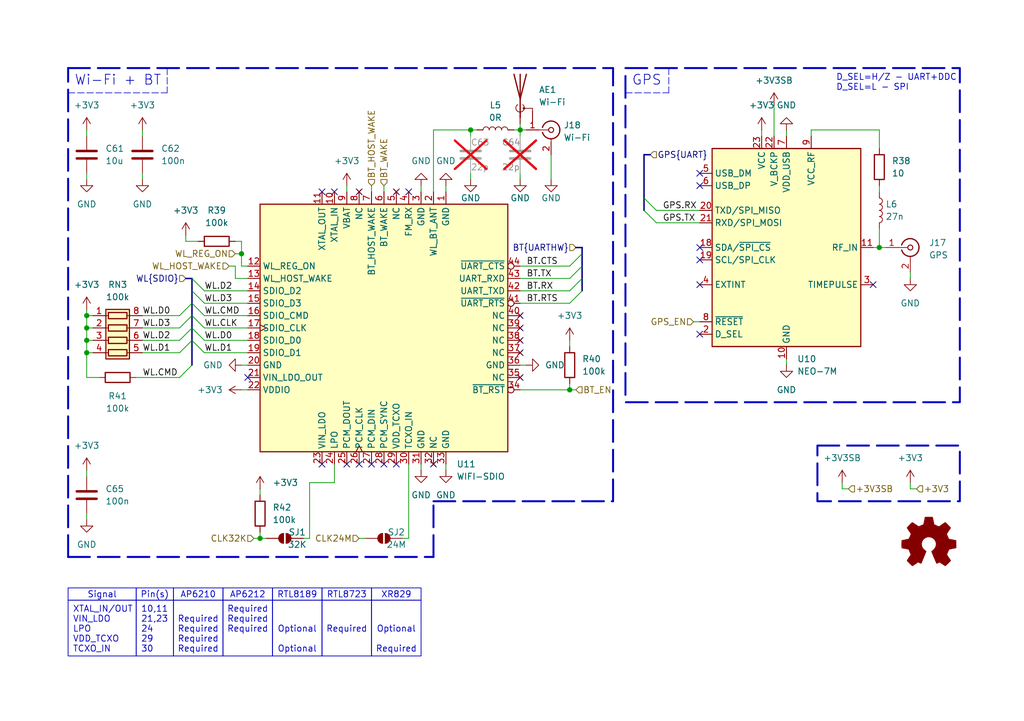
<source format=kicad_sch>
(kicad_sch (version 20231120) (generator "eeschema") (generator_version "8.0")
  (paper "A5")
  (title_block (title "PiVI") (rev "v1.0") (company "kuba2k2"))
  (lib_symbols
    (symbol "Connector:Conn_Coaxial" (pin_names (offset 1.016) hide)
      (property "Reference" "J" (at 0.254 3.048 0))
      (property "Value" "Conn_Coaxial" (at 2.921 0 90))
      (symbol "Conn_Coaxial_0_1"
        (arc (start -1.778 -0.508) (mid 0.2311 -1.8066) (end 1.778 0) (stroke (width 0.254)))
        (polyline (pts (xy -2.54 0) (xy -0.508 0)))
        (polyline (pts (xy 0 -2.54) (xy 0 -1.778)))
        (circle (center 0 0) (radius 0.508) (stroke (width 0.2032)))
        (arc (start 1.778 0) (mid 0.2099 1.8101) (end -1.778 0.508) (stroke (width 0.254)))
      )
      (symbol "Conn_Coaxial_1_1"
        (pin passive line (at -5.08 0 0) (length 2.54) (name "In") (number "1"))
        (pin passive line (at 0 -5.08 90) (length 2.54) (name "Ext") (number "2"))
      )
    )
    (symbol "Device:Antenna_Shield" (pin_numbers hide) (pin_names (offset 1.016) hide)
      (property "Reference" "AE" (at -1.905 4.445 0))
      (property "Value" "Antenna_Shield" (at -1.905 2.54 0))
      (symbol "Antenna_Shield_0_1"
        (arc (start -0.508 -1.143) (mid -0.8429 -2.1194) (end 0 -2.667))
        (arc (start 0 -2.667) (mid 0.7989 -2.1052) (end 0.508 -1.143))
        (polyline (pts (xy 0 -2.54) (xy 0 0)))
        (polyline (pts (xy 0 5.08) (xy 0 -3.81)) (stroke (width 0.254)))
        (polyline (pts (xy 0.762 -1.905) (xy 2.54 -1.905)))
        (polyline (pts (xy 2.54 -2.54) (xy 2.54 -1.905)))
        (polyline (pts (xy 1.27 5.08) (xy 0 0) (xy -1.27 5.08)) (stroke (width 0.254)))
        (circle (center 0.762 -1.905) (radius 0.1778) (fill (type outline)))
      )
      (symbol "Antenna_Shield_1_1"
        (pin input line (at 0 -5.08 90) (length 2.54) (name "A") (number "1"))
        (pin input line (at 2.54 -5.08 90) (length 2.54) (name "Shield") (number "2"))
      )
    )
    (symbol "Device:C" (pin_numbers hide) (pin_names (offset 0.254))
      (property "Reference" "C" (at 0.635 2.54 0))
      (property "Value" "C" (at 0.635 -2.54 0))
      (symbol "C_0_1"
        (polyline (pts (xy -2.032 -0.762) (xy 2.032 -0.762)) (stroke (width 0.508)))
        (polyline (pts (xy -2.032 0.762) (xy 2.032 0.762)) (stroke (width 0.508)))
      )
      (symbol "C_1_1"
        (pin passive line (at 0 3.81 270) (length 2.794) (name "~") (number "1"))
        (pin passive line (at 0 -3.81 90) (length 2.794) (name "~") (number "2"))
      )
    )
    (symbol "Device:L" (pin_numbers hide) (pin_names (offset 1.016) hide)
      (property "Reference" "L" (at -1.27 0 90))
      (property "Value" "L" (at 1.905 0 90))
      (symbol "L_0_1"
        (arc (start 0 -2.54) (mid 0.6323 -1.905) (end 0 -1.27))
        (arc (start 0 -1.27) (mid 0.6323 -0.635) (end 0 0))
        (arc (start 0 0) (mid 0.6323 0.635) (end 0 1.27))
        (arc (start 0 1.27) (mid 0.6323 1.905) (end 0 2.54))
      )
      (symbol "L_1_1"
        (pin passive line (at 0 3.81 270) (length 1.27) (name "1") (number "1"))
        (pin passive line (at 0 -3.81 90) (length 1.27) (name "2") (number "2"))
      )
    )
    (symbol "Device:R" (pin_numbers hide) (pin_names (offset 0))
      (property "Reference" "R" (at 2.032 0 90))
      (property "Value" "R" (at 0 0 90))
      (symbol "R_0_1"
        (rectangle (start -1.016 -2.54) (end 1.016 2.54) (stroke (width 0.254)))
      )
      (symbol "R_1_1"
        (pin passive line (at 0 3.81 270) (length 1.27) (name "~") (number "1"))
        (pin passive line (at 0 -3.81 90) (length 1.27) (name "~") (number "2"))
      )
    )
    (symbol "Device:R_Pack04" (pin_names (offset 0) hide)
      (property "Reference" "RN" (at -7.62 0 90))
      (property "Value" "R_Pack04" (at 5.08 0 90))
      (symbol "R_Pack04_0_1"
        (rectangle (start -6.35 -2.413) (end 3.81 2.413) (stroke (width 0.254)) (fill (type background)))
        (rectangle (start -5.715 1.905) (end -4.445 -1.905) (stroke (width 0.254)))
        (rectangle (start -3.175 1.905) (end -1.905 -1.905) (stroke (width 0.254)))
        (rectangle (start -0.635 1.905) (end 0.635 -1.905) (stroke (width 0.254)))
        (polyline (pts (xy -5.08 -2.54) (xy -5.08 -1.905)))
        (polyline (pts (xy -5.08 1.905) (xy -5.08 2.54)))
        (polyline (pts (xy -2.54 -2.54) (xy -2.54 -1.905)))
        (polyline (pts (xy -2.54 1.905) (xy -2.54 2.54)))
        (polyline (pts (xy 0 -2.54) (xy 0 -1.905)))
        (polyline (pts (xy 0 1.905) (xy 0 2.54)))
        (polyline (pts (xy 2.54 -2.54) (xy 2.54 -1.905)))
        (polyline (pts (xy 2.54 1.905) (xy 2.54 2.54)))
        (rectangle (start 1.905 1.905) (end 3.175 -1.905) (stroke (width 0.254)))
      )
      (symbol "R_Pack04_1_1"
        (pin passive line (at -5.08 -5.08 90) (length 2.54) (name "R1.1") (number "1"))
        (pin passive line (at -2.54 -5.08 90) (length 2.54) (name "R2.1") (number "2"))
        (pin passive line (at 0 -5.08 90) (length 2.54) (name "R3.1") (number "3"))
        (pin passive line (at 2.54 -5.08 90) (length 2.54) (name "R4.1") (number "4"))
        (pin passive line (at 2.54 5.08 270) (length 2.54) (name "R4.2") (number "5"))
        (pin passive line (at 0 5.08 270) (length 2.54) (name "R3.2") (number "6"))
        (pin passive line (at -2.54 5.08 270) (length 2.54) (name "R2.2") (number "7"))
        (pin passive line (at -5.08 5.08 270) (length 2.54) (name "R1.2") (number "8"))
      )
    )
    (symbol "Graphic:Logo_Open_Hardware_Small" (in_bom no) (on_board no)
      (symbol "Logo_Open_Hardware_Small_0_1"
        (polyline (pts (xy 3.3528 -4.3434) (xy 3.302 -4.318) (xy 3.175 -4.2418) (xy 2.9972 -4.1148) (xy 2.7686 -3.9624) (xy 2.54 -3.81) (xy 2.3622 -3.7084) (xy 2.2352 -3.6068) (xy 2.1844 -3.5814) (xy 2.159 -3.6068) (xy 2.0574 -3.6576) (xy 1.905 -3.7338) (xy 1.8034 -3.7846) (xy 1.6764 -3.8354) (xy 1.6002 -3.8354) (xy 1.6002 -3.8354) (xy 1.5494 -3.7338) (xy 1.4732 -3.5306) (xy 1.3462 -3.302) (xy 1.2446 -3.0226) (xy 1.1176 -2.7178) (xy 0.9652 -2.413) (xy 0.8636 -2.1082) (xy 0.7366 -1.8288) (xy 0.6604 -1.6256) (xy 0.6096 -1.4732) (xy 0.5842 -1.397) (xy 0.5842 -1.397) (xy 0.6604 -1.3208) (xy 0.7874 -1.2446) (xy 1.0414 -1.016) (xy 1.2954 -0.6858) (xy 1.4478 -0.3302) (xy 1.524 0.0762) (xy 1.4732 0.4572) (xy 1.3208 0.8128) (xy 1.0668 1.143) (xy 0.762 1.3716) (xy 0.4064 1.524) (xy 0 1.5748) (xy -0.381 1.5494) (xy -0.7366 1.397) (xy -1.0668 1.143) (xy -1.2192 0.9906) (xy -1.397 0.6604) (xy -1.524 0.3048) (xy -1.524 0.2286) (xy -1.4986 -0.1778) (xy -1.397 -0.5334) (xy -1.1938 -0.8636) (xy -0.9144 -1.143) (xy -0.8636 -1.1684) (xy -0.7366 -1.27) (xy -0.635 -1.3462) (xy -0.5842 -1.397) (xy -1.0668 -2.5908) (xy -1.143 -2.794) (xy -1.2954 -3.1242) (xy -1.397 -3.4036) (xy -1.4986 -3.6322) (xy -1.5748 -3.7846) (xy -1.6002 -3.8354) (xy -1.6002 -3.8354) (xy -1.651 -3.8354) (xy -1.7272 -3.81) (xy -1.905 -3.7338) (xy -2.0066 -3.683) (xy -2.1336 -3.6068) (xy -2.2098 -3.5814) (xy -2.2606 -3.6068) (xy -2.3622 -3.683) (xy -2.54 -3.81) (xy -2.7686 -3.9624) (xy -2.9718 -4.0894) (xy -3.1496 -4.2164) (xy -3.302 -4.318) (xy -3.3528 -4.3434) (xy -3.3782 -4.3434) (xy -3.429 -4.318) (xy -3.5306 -4.2164) (xy -3.7084 -4.064) (xy -3.937 -3.8354) (xy -3.9624 -3.81) (xy -4.1656 -3.6068) (xy -4.318 -3.4544) (xy -4.4196 -3.3274) (xy -4.445 -3.2766) (xy -4.445 -3.2766) (xy -4.4196 -3.2258) (xy -4.318 -3.0734) (xy -4.2164 -2.8956) (xy -4.064 -2.667) (xy -3.6576 -2.0828) (xy -3.8862 -1.5494) (xy -3.937 -1.3716) (xy -4.0386 -1.1684) (xy -4.0894 -1.0414) (xy -4.1148 -0.9652) (xy -4.191 -0.9398) (xy -4.318 -0.9144) (xy -4.5466 -0.8636) (xy -4.8006 -0.8128) (xy -5.0546 -0.7874) (xy -5.2578 -0.7366) (xy -5.4356 -0.7112) (xy -5.5118 -0.6858) (xy -5.5118 -0.6858) (xy -5.5372 -0.635) (xy -5.5372 -0.5588) (xy -5.5372 -0.4318) (xy -5.5626 -0.2286) (xy -5.5626 0.0762) (xy -5.5626 0.127) (xy -5.5372 0.4064) (xy -5.5372 0.635) (xy -5.5372 0.762) (xy -5.5372 0.8382) (xy -5.5372 0.8382) (xy -5.461 0.8382) (xy -5.3086 0.889) (xy -5.08 0.9144) (xy -4.826 0.9652) (xy -4.8006 0.9906) (xy -4.5466 1.0414) (xy -4.318 1.0668) (xy -4.1656 1.1176) (xy -4.0894 1.143) (xy -4.0894 1.143) (xy -4.0386 1.2446) (xy -3.9624 1.4224) (xy -3.8608 1.6256) (xy -3.7846 1.8288) (xy -3.7084 2.0066) (xy -3.6576 2.159) (xy -3.6322 2.2098) (xy -3.6322 2.2098) (xy -3.683 2.286) (xy -3.7592 2.413) (xy -3.8862 2.5908) (xy -4.064 2.8194) (xy -4.064 2.8448) (xy -4.2164 3.0734) (xy -4.3434 3.2512) (xy -4.4196 3.3782) (xy -4.445 3.4544) (xy -4.445 3.4544) (xy -4.3942 3.5052) (xy -4.2926 3.6322) (xy -4.1148 3.81) (xy -3.937 4.0132) (xy -3.8608 4.064) (xy -3.6576 4.2926) (xy -3.5052 4.4196) (xy -3.4036 4.4958) (xy -3.3528 4.5212) (xy -3.3528 4.5212) (xy -3.302 4.4704) (xy -3.1496 4.3688) (xy -2.9718 4.2418) (xy -2.7432 4.0894) (xy -2.7178 4.0894) (xy -2.4892 3.937) (xy -2.3114 3.81) (xy -2.1844 3.7084) (xy -2.1336 3.683) (xy -2.1082 3.683) (xy -2.032 3.7084) (xy -1.8542 3.7592) (xy -1.6764 3.8354) (xy -1.4732 3.937) (xy -1.27 4.0132) (xy -1.143 4.064) (xy -1.0668 4.1148) (xy -1.0668 4.1148) (xy -1.0414 4.191) (xy -1.016 4.3434) (xy -0.9652 4.572) (xy -0.9144 4.8514) (xy -0.889 4.9022) (xy -0.8382 5.1562) (xy -0.8128 5.3848) (xy -0.7874 5.5372) (xy -0.762 5.588) (xy -0.7112 5.6134) (xy -0.5842 5.6134) (xy -0.4064 5.6134) (xy -0.1524 5.6134) (xy 0.0762 5.6134) (xy 0.3302 5.6134) (xy 0.5334 5.6134) (xy 0.6858 5.588) (xy 0.7366 5.588) (xy 0.7366 5.588) (xy 0.762 5.5118) (xy 0.8128 5.334) (xy 0.8382 5.1054) (xy 0.9144 4.826) (xy 0.9144 4.7752) (xy 0.9652 4.5212) (xy 1.016 4.2926) (xy 1.0414 4.1402) (xy 1.0668 4.0894) (xy 1.0668 4.0894) (xy 1.1938 4.0386) (xy 1.3716 3.9624) (xy 1.5748 3.8608) (xy 2.0828 3.6576) (xy 2.7178 4.0894) (xy 2.7686 4.1402) (xy 2.9972 4.2926) (xy 3.175 4.4196) (xy 3.302 4.4958) (xy 3.3782 4.5212) (xy 3.3782 4.5212) (xy 3.429 4.4704) (xy 3.556 4.3434) (xy 3.7338 4.191) (xy 3.9116 3.9878) (xy 4.064 3.8354) (xy 4.2418 3.6576) (xy 4.3434 3.556) (xy 4.4196 3.4798) (xy 4.4196 3.429) (xy 4.4196 3.4036) (xy 4.3942 3.3274) (xy 4.2926 3.2004) (xy 4.1656 2.9972) (xy 4.0132 2.794) (xy 3.8862 2.5908) (xy 3.7592 2.3876) (xy 3.6576 2.2352) (xy 3.6322 2.159) (xy 3.6322 2.1336) (xy 3.683 2.0066) (xy 3.7592 1.8288) (xy 3.8608 1.6002) (xy 4.064 1.1176) (xy 4.3942 1.0414) (xy 4.5974 1.016) (xy 4.8768 0.9652) (xy 5.1308 0.9144) (xy 5.5372 0.8382) (xy 5.5626 -0.6604) (xy 5.4864 -0.6858) (xy 5.4356 -0.6858) (xy 5.2832 -0.7366) (xy 5.0546 -0.762) (xy 4.8006 -0.8128) (xy 4.5974 -0.8636) (xy 4.3688 -0.9144) (xy 4.2164 -0.9398) (xy 4.1402 -0.9398) (xy 4.1148 -0.9652) (xy 4.064 -1.0668) (xy 3.9878 -1.2446) (xy 3.9116 -1.4478) (xy 3.81 -1.651) (xy 3.7338 -1.8542) (xy 3.683 -2.0066) (xy 3.6576 -2.0828) (xy 3.683 -2.1336) (xy 3.7846 -2.2606) (xy 3.8862 -2.4638) (xy 4.0386 -2.667) (xy 4.191 -2.8956) (xy 4.318 -3.0734) (xy 4.3942 -3.2004) (xy 4.445 -3.2766) (xy 4.4196 -3.3274) (xy 4.3434 -3.429) (xy 4.1656 -3.5814) (xy 3.937 -3.8354) (xy 3.8862 -3.8608) (xy 3.683 -4.064) (xy 3.5306 -4.2164) (xy 3.4036 -4.318) (xy 3.3528 -4.3434)) (fill (type outline)))
      )
    )
    (symbol "Jumper:SolderJumper_2_Open" (pin_numbers hide) (pin_names (offset 0) hide) (exclude_from_sim yes) (in_bom no)
      (property "Reference" "JP" (at 0 2.032 0))
      (property "Value" "SolderJumper_2_Open" (at 0 -2.54 0))
      (symbol "SolderJumper_2_Open_0_1"
        (arc (start -0.254 1.016) (mid -1.2656 0) (end -0.254 -1.016))
        (arc (start -0.254 1.016) (mid -1.2656 0) (end -0.254 -1.016) (fill (type outline)))
        (polyline (pts (xy -0.254 1.016) (xy -0.254 -1.016)))
        (polyline (pts (xy 0.254 1.016) (xy 0.254 -1.016)))
        (arc (start 0.254 -1.016) (mid 1.2656 0) (end 0.254 1.016))
        (arc (start 0.254 -1.016) (mid 1.2656 0) (end 0.254 1.016) (fill (type outline)))
      )
      (symbol "SolderJumper_2_Open_1_1"
        (pin passive line (at -3.81 0 0) (length 2.54) (name "A") (number "1"))
        (pin passive line (at 3.81 0 180) (length 2.54) (name "B") (number "2"))
      )
    )
    (symbol "kuba2k2:+3V3SB" (power) (pin_numbers hide) (pin_names (offset 0) hide)
      (property "Value" "+3V3SB" (at 0 3.556 0))
      (symbol "+3V3SB_0_1"
        (polyline (pts (xy -0.762 1.27) (xy 0 2.54)))
        (polyline (pts (xy 0 0) (xy 0 2.54)))
        (polyline (pts (xy 0 2.54) (xy 0.762 1.27)))
      )
      (symbol "+3V3SB_1_1"
        (pin power_in line (at 0 0 90) (length 0) (name "~") (number "1"))
      )
    )
    (symbol "kuba2k2:NEO-7M"
      (property "Reference" "U" (at -13.97 21.59 0))
      (property "Value" "NEO-7M" (at 11.43 21.59 0))
      (symbol "NEO-7M_0_1"
        (rectangle (start -15.24 20.32) (end 15.24 -20.32) (stroke (width 0.254)) (fill (type background)))
      )
      (symbol "NEO-7M_1_1"
        (pin no_connect line (at -17.78 -12.7 0) (length 2.54) hide (name "RESERVED") (number "1"))
        (pin power_in line (at 0 -22.86 90) (length 2.54) (name "GND") (number "10"))
        (pin input line (at 17.78 0 180) (length 2.54) (name "RF_IN") (number "11"))
        (pin passive line (at 0 -22.86 90) (length 2.54) hide (name "GND") (number "12"))
        (pin passive line (at 0 -22.86 90) (length 2.54) hide (name "GND") (number "13"))
        (pin no_connect line (at 15.24 -10.16 180) (length 2.54) hide (name "RESERVED") (number "14"))
        (pin no_connect line (at 15.24 -12.7 180) (length 2.54) hide (name "RESERVED") (number "15"))
        (pin no_connect line (at 15.24 -15.24 180) (length 2.54) hide (name "RESERVED") (number "16"))
        (pin no_connect line (at 15.24 -17.78 180) (length 2.54) hide (name "RESERVED") (number "17"))
        (pin bidirectional line (at -17.78 0 0) (length 2.54) (name "SDA/~{SPI_CS}") (number "18"))
        (pin input line (at -17.78 -2.54 0) (length 2.54) (name "SCL/SPI_CLK") (number "19"))
        (pin input line (at -17.78 -17.78 0) (length 2.54) (name "D_SEL") (number "2"))
        (pin output line (at -17.78 7.62 0) (length 2.54) (name "TXD/SPI_MISO") (number "20"))
        (pin input line (at -17.78 5.08 0) (length 2.54) (name "RXD/SPI_MOSI") (number "21"))
        (pin power_in line (at -2.54 22.86 270) (length 2.54) (name "V_BCKP") (number "22"))
        (pin power_in line (at -5.08 22.86 270) (length 2.54) (name "VCC") (number "23"))
        (pin passive line (at 0 -22.86 90) (length 2.54) hide (name "GND") (number "24"))
        (pin output line (at 17.78 -7.62 180) (length 2.54) (name "TIMEPULSE") (number "3"))
        (pin input line (at -17.78 -7.62 0) (length 2.54) (name "EXTINT") (number "4"))
        (pin bidirectional line (at -17.78 15.24 0) (length 2.54) (name "USB_DM") (number "5"))
        (pin bidirectional line (at -17.78 12.7 0) (length 2.54) (name "USB_DP") (number "6"))
        (pin power_in line (at 0 22.86 270) (length 2.54) (name "VDD_USB") (number "7"))
        (pin input line (at -17.78 -15.24 0) (length 2.54) (name "~{RESET}") (number "8"))
        (pin power_out line (at 5.08 22.86 270) (length 2.54) (name "VCC_RF") (number "9"))
      )
    )
    (symbol "kuba2k2:WiFi_SDIO_44-pin"
      (property "Reference" "U" (at -24.13 26.67 0))
      (property "Value" "WIFI-SDIO" (at 21.59 26.67 0))
      (symbol "WiFi_SDIO_44-pin_0_0"
        (pin passive line (at 12.7 27.94 270) (length 2.54) (name "GND") (number "1"))
        (pin input line (at -10.16 27.94 270) (length 2.54) (name "XTAL_IN") (number "10"))
        (pin output line (at -12.7 27.94 270) (length 2.54) (name "XTAL_OUT") (number "11"))
        (pin input line (at -27.94 12.7 0) (length 2.54) (name "WL_REG_ON") (number "12"))
        (pin output line (at -27.94 10.16 0) (length 2.54) (name "WL_HOST_WAKE") (number "13"))
        (pin bidirectional line (at -27.94 7.62 0) (length 2.54) (name "SDIO_D2") (number "14"))
        (pin bidirectional line (at -27.94 5.08 0) (length 2.54) (name "SDIO_D3") (number "15"))
        (pin input line (at -27.94 2.54 0) (length 2.54) (name "SDIO_CMD") (number "16"))
        (pin input clock (at -27.94 0 0) (length 2.54) (name "SDIO_CLK") (number "17"))
        (pin bidirectional line (at -27.94 -2.54 0) (length 2.54) (name "SDIO_D0") (number "18"))
        (pin bidirectional line (at -27.94 -5.08 0) (length 2.54) (name "SDIO_D1") (number "19"))
        (pin passive line (at 10.16 27.94 270) (length 2.54) (name "WL_BT_ANT") (number "2"))
        (pin passive line (at -27.94 -7.62 0) (length 2.54) (name "GND") (number "20"))
        (pin power_out line (at -27.94 -10.16 0) (length 2.54) (name "VIN_LDO_OUT") (number "21"))
        (pin power_in line (at -27.94 -12.7 0) (length 2.54) (name "VDDIO") (number "22"))
        (pin power_in line (at -12.7 -27.94 90) (length 2.54) (name "VIN_LDO") (number "23"))
        (pin input line (at -10.16 -27.94 90) (length 2.54) (name "LPO") (number "24"))
        (pin output line (at -7.62 -27.94 90) (length 2.54) (name "PCM_DOUT") (number "25"))
        (pin bidirectional clock (at -5.08 -27.94 90) (length 2.54) (name "PCM_CLK") (number "26"))
        (pin input line (at -2.54 -27.94 90) (length 2.54) (name "PCM_DIN") (number "27"))
        (pin bidirectional line (at 0 -27.94 90) (length 2.54) (name "PCM_SYNC") (number "28"))
        (pin power_in line (at 2.54 -27.94 90) (length 2.54) (name "VDD_TCXO") (number "29"))
        (pin passive line (at 7.62 27.94 270) (length 2.54) (name "GND") (number "3"))
        (pin input line (at 5.08 -27.94 90) (length 2.54) (name "TCXO_IN") (number "30"))
        (pin passive line (at 7.62 -27.94 90) (length 2.54) (name "GND") (number "31"))
        (pin no_connect line (at 10.16 -27.94 90) (length 2.54) (name "NC") (number "32"))
        (pin passive line (at 12.7 -27.94 90) (length 2.54) (name "GND") (number "33"))
        (pin input inverted (at 27.94 -12.7 180) (length 2.54) (name "~{BT_RST}") (number "34"))
        (pin no_connect line (at 27.94 -10.16 180) (length 2.54) (name "NC") (number "35"))
        (pin passive line (at 27.94 -7.62 180) (length 2.54) (name "GND") (number "36"))
        (pin no_connect line (at 27.94 -5.08 180) (length 2.54) (name "NC") (number "37"))
        (pin no_connect line (at 27.94 -2.54 180) (length 2.54) (name "NC") (number "38"))
        (pin no_connect line (at 27.94 0 180) (length 2.54) (name "NC") (number "39"))
        (pin passive line (at 5.08 27.94 270) (length 2.54) (name "FM_RX") (number "4"))
        (pin no_connect line (at 27.94 2.54 180) (length 2.54) (name "NC") (number "40"))
        (pin output inverted (at 27.94 5.08 180) (length 2.54) (name "~{UART_RTS}") (number "41"))
        (pin output line (at 27.94 7.62 180) (length 2.54) (name "UART_TXD") (number "42"))
        (pin input line (at 27.94 10.16 180) (length 2.54) (name "UART_RXD") (number "43"))
        (pin input inverted (at 27.94 12.7 180) (length 2.54) (name "~{UART_CTS}") (number "44"))
        (pin no_connect line (at 2.54 27.94 270) (length 2.54) (name "NC") (number "5"))
        (pin input line (at 0 27.94 270) (length 2.54) (name "BT_WAKE") (number "6"))
        (pin output line (at -2.54 27.94 270) (length 2.54) (name "BT_HOST_WAKE") (number "7"))
        (pin no_connect line (at -5.08 27.94 270) (length 2.54) (name "NC") (number "8"))
        (pin power_in line (at -7.62 27.94 270) (length 2.54) (name "VBAT") (number "9"))
      )
      (symbol "WiFi_SDIO_44-pin_0_1"
        (rectangle (start -25.4 25.4) (end 25.4 -25.4) (stroke (width 0.254)) (fill (type background)))
      )
    )
    (symbol "power:+3V3" (power) (pin_numbers hide) (pin_names (offset 0) hide)
      (property "Value" "+3V3" (at 0 3.556 0))
      (symbol "+3V3_0_1"
        (polyline (pts (xy -0.762 1.27) (xy 0 2.54)))
        (polyline (pts (xy 0 0) (xy 0 2.54)))
        (polyline (pts (xy 0 2.54) (xy 0.762 1.27)))
      )
      (symbol "+3V3_1_1"
        (pin power_in line (at 0 0 90) (length 0) (name "~") (number "1"))
      )
    )
    (symbol "power:GND" (power) (pin_numbers hide) (pin_names (offset 0) hide)
      (property "Value" "GND" (at 0 -3.81 0))
      (symbol "GND_0_1"
        (polyline (pts (xy 0 0) (xy 0 -1.27) (xy 1.27 -1.27) (xy 0 -2.54) (xy -1.27 -1.27) (xy 0 -1.27)))
      )
      (symbol "GND_1_1"
        (pin power_in line (at 0 0 270) (length 0) (name "~") (number "1"))
      )
    )
  )
  (junction (at 96.52 26.67))
  (junction (at 106.68 26.67))
  (junction (at 17.78 72.39))
  (junction (at 116.84 80.01))
  (junction (at 180.34 50.8))
  (junction (at 17.78 64.77))
  (junction (at 53.34 110.49))
  (junction (at 17.78 67.31))
  (junction (at 49.53 52.07))
  (junction (at 17.78 69.85))
  (no_connect (at 73.66 95.25))
  (no_connect (at 106.68 67.31))
  (no_connect (at 83.82 39.37))
  (no_connect (at 106.68 72.39))
  (no_connect (at 143.51 38.1))
  (no_connect (at 179.07 58.42))
  (no_connect (at 73.66 39.37))
  (no_connect (at 81.28 39.37))
  (no_connect (at 143.51 53.34))
  (no_connect (at 66.04 39.37))
  (no_connect (at 68.58 39.37))
  (no_connect (at 106.68 77.47))
  (no_connect (at 106.68 64.77))
  (no_connect (at 76.2 95.25))
  (no_connect (at 50.8 77.47))
  (no_connect (at 106.68 69.85))
  (no_connect (at 88.9 95.25))
  (no_connect (at 78.74 95.25))
  (no_connect (at 81.28 95.25))
  (no_connect (at 143.51 50.8))
  (no_connect (at 143.51 58.42))
  (no_connect (at 71.12 95.25))
  (no_connect (at 66.04 95.25))
  (no_connect (at 143.51 68.58))
  (no_connect (at 143.51 35.56))
  (bus_entry (at 132.08 43.18) (size 2.54 2.54))
  (bus_entry (at 39.37 67.31) (size 2.54 2.54))
  (bus_entry (at 119.38 52.07) (size -2.54 2.54))
  (bus_entry (at 39.37 69.85) (size -2.54 2.54))
  (bus_entry (at 39.37 57.15) (size 2.54 2.54))
  (bus_entry (at 119.38 59.69) (size -2.54 2.54))
  (bus_entry (at 39.37 64.77) (size -2.54 2.54))
  (bus_entry (at 39.37 62.23) (size -2.54 2.54))
  (bus_entry (at 39.37 64.77) (size 2.54 2.54))
  (bus_entry (at 39.37 67.31) (size -2.54 2.54))
  (bus_entry (at 39.37 74.93) (size -2.54 2.54))
  (bus_entry (at 39.37 69.85) (size 2.54 2.54))
  (bus_entry (at 132.08 40.64) (size 2.54 2.54))
  (bus_entry (at 39.37 59.69) (size 2.54 2.54))
  (bus_entry (at 119.38 54.61) (size -2.54 2.54))
  (bus_entry (at 119.38 57.15) (size -2.54 2.54))
  (bus_entry (at 39.37 62.23) (size 2.54 2.54))
  (wire (pts (xy 49.53 49.53) (xy 49.53 52.07)))
  (polyline (pts (xy 128.27 19.05) (xy 137.16 19.05)) (stroke (width 0.127) (type dash)))
  (wire (pts (xy 78.74 38.1) (xy 78.74 39.37)))
  (wire (pts (xy 166.37 26.67) (xy 166.37 27.94)))
  (wire (pts (xy 180.34 50.8) (xy 181.61 50.8)))
  (wire (pts (xy 63.5 110.49) (xy 62.23 110.49)))
  (wire (pts (xy 158.75 21.59) (xy 158.75 27.94)))
  (wire (pts (xy 105.41 26.67) (xy 106.68 26.67)))
  (wire (pts (xy 48.26 52.07) (xy 49.53 52.07)))
  (wire (pts (xy 106.68 62.23) (xy 116.84 62.23)))
  (wire (pts (xy 83.82 110.49) (xy 82.55 110.49)))
  (bus (pts (xy 119.38 57.15) (xy 119.38 59.69)))
  (wire (pts (xy 63.5 99.06) (xy 68.58 99.06)))
  (wire (pts (xy 96.52 26.67) (xy 96.52 27.94)))
  (wire (pts (xy 27.94 77.47) (xy 36.83 77.47)))
  (wire (pts (xy 156.21 26.67) (xy 156.21 27.94)))
  (wire (pts (xy 41.91 72.39) (xy 50.8 72.39)))
  (wire (pts (xy 187.96 100.33) (xy 186.69 100.33)))
  (wire (pts (xy 49.53 80.01) (xy 50.8 80.01)))
  (wire (pts (xy 106.68 26.67) (xy 107.95 26.67)))
  (wire (pts (xy 186.69 55.88) (xy 186.69 57.15)))
  (bus (pts (xy 39.37 62.23) (xy 39.37 64.77)))
  (wire (pts (xy 17.78 63.5) (xy 17.78 64.77)))
  (polyline (pts (xy 13.97 114.3) (xy 13.97 13.97)) (stroke (width 0.4064) (type dash)))
  (wire (pts (xy 50.8 74.93) (xy 49.53 74.93)))
  (wire (pts (xy 17.78 105.41) (xy 17.78 106.68)))
  (polyline (pts (xy 88.9 114.3) (xy 88.9 102.87)) (stroke (width 0.4064) (type dash)))
  (wire (pts (xy 106.68 26.67) (xy 106.68 27.94)))
  (wire (pts (xy 172.72 100.33) (xy 172.72 99.06)))
  (wire (pts (xy 52.07 110.49) (xy 53.34 110.49)))
  (wire (pts (xy 49.53 52.07) (xy 49.53 54.61)))
  (wire (pts (xy 161.29 26.67) (xy 161.29 27.94)))
  (wire (pts (xy 116.84 69.85) (xy 116.84 71.12)))
  (wire (pts (xy 86.36 38.1) (xy 86.36 39.37)))
  (wire (pts (xy 106.68 80.01) (xy 116.84 80.01)))
  (wire (pts (xy 17.78 67.31) (xy 17.78 64.77)))
  (wire (pts (xy 29.21 26.67) (xy 29.21 27.94)))
  (wire (pts (xy 88.9 26.67) (xy 96.52 26.67)))
  (wire (pts (xy 17.78 77.47) (xy 17.78 72.39)))
  (bus (pts (xy 119.38 54.61) (xy 119.38 57.15)))
  (wire (pts (xy 91.44 95.25) (xy 91.44 96.52)))
  (wire (pts (xy 48.26 57.15) (xy 50.8 57.15)))
  (wire (pts (xy 106.68 54.61) (xy 116.84 54.61)))
  (wire (pts (xy 116.84 78.74) (xy 116.84 80.01)))
  (wire (pts (xy 46.99 54.61) (xy 48.26 54.61)))
  (wire (pts (xy 41.91 69.85) (xy 50.8 69.85)))
  (wire (pts (xy 180.34 46.99) (xy 180.34 50.8)))
  (wire (pts (xy 38.1 48.26) (xy 38.1 49.53)))
  (polyline (pts (xy 34.29 13.97) (xy 34.29 19.05)) (stroke (width 0.127) (type dash)))
  (wire (pts (xy 106.68 74.93) (xy 107.95 74.93)))
  (wire (pts (xy 17.78 69.85) (xy 17.78 67.31)))
  (wire (pts (xy 29.21 64.77) (xy 36.83 64.77)))
  (wire (pts (xy 179.07 50.8) (xy 180.34 50.8)))
  (wire (pts (xy 40.64 49.53) (xy 38.1 49.53)))
  (wire (pts (xy 106.68 25.4) (xy 106.68 26.67)))
  (wire (pts (xy 96.52 35.56) (xy 96.52 36.83)))
  (polyline (pts (xy 88.9 102.87) (xy 125.73 102.87)) (stroke (width 0.4064) (type dash)))
  (wire (pts (xy 41.91 62.23) (xy 50.8 62.23)))
  (wire (pts (xy 88.9 26.67) (xy 88.9 39.37)))
  (wire (pts (xy 74.93 110.49) (xy 73.66 110.49)))
  (wire (pts (xy 96.52 26.67) (xy 97.79 26.67)))
  (wire (pts (xy 113.03 31.75) (xy 113.03 36.83)))
  (wire (pts (xy 186.69 100.33) (xy 186.69 99.06)))
  (wire (pts (xy 17.78 69.85) (xy 19.05 69.85)))
  (wire (pts (xy 53.34 110.49) (xy 54.61 110.49)))
  (wire (pts (xy 180.34 26.67) (xy 180.34 30.48)))
  (wire (pts (xy 76.2 38.1) (xy 76.2 39.37)))
  (wire (pts (xy 48.26 49.53) (xy 49.53 49.53)))
  (wire (pts (xy 116.84 80.01) (xy 118.11 80.01)))
  (bus (pts (xy 118.11 50.8) (xy 119.38 50.8)))
  (wire (pts (xy 29.21 35.56) (xy 29.21 36.83)))
  (bus (pts (xy 119.38 50.8) (xy 119.38 52.07)))
  (bus (pts (xy 39.37 69.85) (xy 39.37 74.93)))
  (wire (pts (xy 17.78 67.31) (xy 19.05 67.31)))
  (wire (pts (xy 83.82 95.25) (xy 83.82 110.49)))
  (wire (pts (xy 17.78 26.67) (xy 17.78 27.94)))
  (wire (pts (xy 91.44 38.1) (xy 91.44 39.37)))
  (bus (pts (xy 39.37 59.69) (xy 39.37 62.23)))
  (wire (pts (xy 173.99 100.33) (xy 172.72 100.33)))
  (wire (pts (xy 41.91 59.69) (xy 50.8 59.69)))
  (wire (pts (xy 86.36 95.25) (xy 86.36 96.52)))
  (bus (pts (xy 119.38 52.07) (xy 119.38 54.61)))
  (wire (pts (xy 29.21 69.85) (xy 36.83 69.85)))
  (wire (pts (xy 49.53 54.61) (xy 50.8 54.61)))
  (wire (pts (xy 134.62 43.18) (xy 143.51 43.18)))
  (bus (pts (xy 132.08 31.75) (xy 132.08 40.64)))
  (bus (pts (xy 132.08 40.64) (xy 132.08 43.18)))
  (wire (pts (xy 106.68 57.15) (xy 116.84 57.15)))
  (wire (pts (xy 41.91 64.77) (xy 50.8 64.77)))
  (wire (pts (xy 17.78 96.52) (xy 17.78 97.79)))
  (wire (pts (xy 166.37 26.67) (xy 180.34 26.67)))
  (wire (pts (xy 29.21 67.31) (xy 36.83 67.31)))
  (wire (pts (xy 142.24 66.04) (xy 143.51 66.04)))
  (polyline (pts (xy 137.16 13.97) (xy 137.16 19.05)) (stroke (width 0.127) (type dash)))
  (wire (pts (xy 68.58 99.06) (xy 68.58 95.25)))
  (wire (pts (xy 48.26 54.61) (xy 48.26 57.15)))
  (wire (pts (xy 20.32 77.47) (xy 17.78 77.47)))
  (bus (pts (xy 38.1 57.15) (xy 39.37 57.15)))
  (wire (pts (xy 19.05 72.39) (xy 17.78 72.39)))
  (wire (pts (xy 180.34 38.1) (xy 180.34 39.37)))
  (wire (pts (xy 134.62 45.72) (xy 143.51 45.72)))
  (wire (pts (xy 53.34 100.33) (xy 53.34 101.6)))
  (wire (pts (xy 53.34 109.22) (xy 53.34 110.49)))
  (wire (pts (xy 17.78 64.77) (xy 19.05 64.77)))
  (bus (pts (xy 39.37 67.31) (xy 39.37 69.85)))
  (wire (pts (xy 17.78 35.56) (xy 17.78 36.83)))
  (wire (pts (xy 71.12 38.1) (xy 71.12 39.37)))
  (wire (pts (xy 63.5 99.06) (xy 63.5 110.49)))
  (wire (pts (xy 106.68 35.56) (xy 106.68 36.83)))
  (wire (pts (xy 161.29 73.66) (xy 161.29 74.93)))
  (polyline (pts (xy 125.73 102.87) (xy 125.73 13.97)) (stroke (width 0.4064) (type dash)))
  (bus (pts (xy 133.35 31.75) (xy 132.08 31.75)))
  (wire (pts (xy 17.78 72.39) (xy 17.78 69.85)))
  (wire (pts (xy 41.91 67.31) (xy 50.8 67.31)))
  (polyline (pts (xy 13.97 114.3) (xy 88.9 114.3)) (stroke (width 0.4064) (type dash)))
  (polyline (pts (xy 13.97 13.97) (xy 125.73 13.97)) (stroke (width 0.4064) (type dash)))
  (wire (pts (xy 106.68 59.69) (xy 116.84 59.69)))
  (bus (pts (xy 39.37 64.77) (xy 39.37 67.31)))
  (wire (pts (xy 29.21 72.39) (xy 36.83 72.39)))
  (bus (pts (xy 39.37 57.15) (xy 39.37 59.69)))
  (polyline (pts (xy 13.97 19.05) (xy 34.29 19.05)) (stroke (width 0.127) (type dash)))
  (rectangle (start 167.64 91.44) (end 196.85 102.87) (stroke (width 0.4064) (type dash)))
  (rectangle (start 128.27 13.97) (end 196.85 82.55) (stroke (width 0.4064) (type dash)))
  (text_box "RTL8723" (at 66.04 120.65 0) (size 10.16 2.54) (effects (font (size 1.27 1.27))))
  (text_box "AP6210" (at 35.56 120.65 0) (size 10.16 2.54) (effects (font (size 1.27 1.27))))
  (text_box "XR829" (at 76.2 120.65 0) (size 10.16 2.54) (effects (font (size 1.27 1.27))))
  (text_box "\n\nRequired\n" (at 66.04 123.19 0) (size 10.16 11.43) (effects (font (size 1.27 1.27)) (justify top)))
  (text_box "\nRequired\nRequired\nRequired\nRequired" (at 35.56 123.19 0) (size 10.16 11.43) (effects (font (size 1.27 1.27)) (justify top)))
  (text_box "Pin(s)" (at 27.94 120.65 0) (size 7.62 2.54) (effects (font (size 1.27 1.27))))
  (text_box "10,11\n21,23\n24\n29\n30" (at 27.94 123.19 0) (size 7.62 11.43) (effects (font (size 1.27 1.27)) (justify left top)))
  (text_box "Signal" (at 13.97 120.65 0) (size 13.97 2.54) (effects (font (size 1.27 1.27))))
  (text_box "XTAL_IN/OUT\nVIN_LDO\nLPO\nVDD_TCXO\nTCXO_IN" (at 13.97 123.19 0) (size 13.97 11.43) (effects (font (size 1.27 1.27)) (justify left top)))
  (text_box "Required\nRequired\nRequired" (at 45.72 123.19 0) (size 10.16 11.43) (effects (font (size 1.27 1.27)) (justify top)))
  (text_box "AP6212" (at 45.72 120.65 0) (size 10.16 2.54) (effects (font (size 1.27 1.27))))
  (text_box "\n\nOptional\n\nRequired" (at 76.2 123.19 0) (size 10.16 11.43) (effects (font (size 1.27 1.27)) (justify top)))
  (text_box "RTL8189" (at 55.88 120.65 0) (size 10.16 2.54) (effects (font (size 1.27 1.27))))
  (text_box "\n\nOptional\n\nOptional" (at 55.88 123.19 0) (size 10.16 11.43) (effects (font (size 1.27 1.27)) (justify top)))
  (text "Wi-Fi + BT" (at 15.24 17.78 0) (effects (font (size 2.032 2.032)) (justify left bottom)))
  (text "D_SEL=H/Z - UART+DDC\nD_SEL=L - SPI" (at 171.45 15.24 0) (effects (font (size 1.27 1.27)) (justify left top)))
  (text "GPS" (at 129.54 17.78 0) (effects (font (size 2.032 2.032)) (justify left bottom)))
  (label "WL.D0" (at 29.21 64.77 0))
  (label "WL.D2" (at 29.21 69.85 0))
  (label "WL.D1" (at 41.91 72.39 0))
  (label "BT.RX" (at 107.95 59.69 0))
  (label "WL.CMD" (at 29.21 77.47 0))
  (label "BT.TX" (at 107.95 57.15 0))
  (label "WL.D1" (at 29.21 72.39 0))
  (label "GPS.RX" (at 135.89 43.18 0))
  (label "WL.CLK" (at 41.91 67.31 0))
  (label "WL.D3" (at 29.21 67.31 0))
  (label "BT.RTS" (at 107.95 62.23 0))
  (label "BT.CTS" (at 107.95 54.61 0))
  (label "WL.D2" (at 41.91 59.69 0))
  (label "WL.CMD" (at 41.91 64.77 0))
  (label "WL.D3" (at 41.91 62.23 0))
  (label "WL.D0" (at 41.91 69.85 0))
  (label "GPS.TX" (at 135.89 45.72 0))
  (hierarchical_label "+3V3SB" (shape input) (at 173.99 100.33 0))
  (hierarchical_label "BT_HOST_WAKE" (shape input) (at 76.2 38.1 90))
  (hierarchical_label "BT_EN" (shape input) (at 118.11 80.01 0))
  (hierarchical_label "+3V3" (shape input) (at 187.96 100.33 0))
  (hierarchical_label "GPS{UART}" (shape input) (at 133.35 31.75 0))
  (hierarchical_label "WL_HOST_WAKE" (shape input) (at 46.99 54.61 180))
  (hierarchical_label "GPS_EN" (shape input) (at 142.24 66.04 180))
  (hierarchical_label "WL_REG_ON" (shape input) (at 48.26 52.07 180))
  (hierarchical_label "CLK24M" (shape input) (at 73.66 110.49 180))
  (hierarchical_label "WL{SDIO}" (shape input) (at 38.1 57.15 180))
  (hierarchical_label "BT_WAKE" (shape input) (at 78.74 38.1 90))
  (hierarchical_label "CLK32K" (shape input) (at 52.07 110.49 180))
  (hierarchical_label "BT{UARTHW}" (shape input) (at 118.11 50.8 180))
  (symbol (lib_id "power:GND") (at 107.95 74.93 90) (unit 1)
    (property "Reference" "#PWR0198" (effects (hide yes)))
    (property "Value" "GND" (at 111.76 74.9299 90) (effects (justify right)))
    (property "Description" "Power symbol creates a global label with name \"GND\" , ground" (effects (hide yes)))
  )
  (symbol (lib_id "Device:C") (at 106.68 31.75 180) (unit 1) (exclude_from_sim yes) (in_bom no) (dnp yes)
    (property "Reference" "C64" (at 102.87 29.2099 0) (effects (justify right)))
    (property "Value" "22p" (at 102.87 34.2899 0) (effects (justify right)))
    (property "Footprint" "Capacitor_SMD:C_0603_1608Metric" (effects (hide yes)))
    (property "Description" "Unpolarized capacitor" (effects (hide yes)))
    (property "MPN" "C105620" (effects (hide yes)))
  )
  (symbol (lib_id "Device:R") (at 116.84 74.93 180) (unit 1)
    (property "Reference" "R40" (at 119.38 73.6599 0) (effects (justify right)))
    (property "Value" "100k" (at 119.38 76.1999 0) (effects (justify right)))
    (property "Footprint" "Resistor_SMD:R_0603_1608Metric" (effects (hide yes)))
    (property "Description" "Resistor" (effects (hide yes)))
    (property "Var" "Wi-Fi No(-!) *(+!)" (effects (hide yes)))
    (property "MPN" "C2907088" (effects (hide yes)))
  )
  (symbol (lib_id "power:GND") (at 17.78 106.68 0) (unit 1)
    (property "Reference" "#PWR0207" (effects (hide yes)))
    (property "Value" "GND" (at 17.78 111.76 0))
    (property "Description" "Power symbol creates a global label with name \"GND\" , ground" (effects (hide yes)))
  )
  (symbol (lib_id "power:GND") (at 113.03 36.83 0) (unit 1)
    (property "Reference" "#PWR0189" (effects (hide yes)))
    (property "Value" "GND" (at 113.03 40.64 0))
    (property "Description" "Power symbol creates a global label with name \"GND\" , ground" (effects (hide yes)))
  )
  (symbol (lib_id "power:+3V3") (at 17.78 26.67 0) (unit 1)
    (property "Reference" "#PWR0181" (effects (hide yes)))
    (property "Value" "+3V3" (at 17.78 21.59 0))
    (property "Description" "Power symbol creates a global label with name \"+3V3\"" (effects (hide yes)))
  )
  (symbol (lib_id "Device:R") (at 24.13 77.47 270) (unit 1)
    (property "Reference" "R41" (at 24.13 81.28 90))
    (property "Value" "100k" (at 24.13 83.82 90))
    (property "Footprint" "Resistor_SMD:R_0603_1608Metric" (effects (hide yes)))
    (property "Description" "Resistor" (effects (hide yes)))
    (property "Var" "Wi-Fi No(-!) *(+!)" (effects (hide yes)))
    (property "MPN" "C2907088" (effects (hide yes)))
  )
  (symbol (lib_id "power:GND") (at 29.21 36.83 0) (unit 1)
    (property "Reference" "#PWR0186" (effects (hide yes)))
    (property "Value" "GND" (at 29.21 41.91 0))
    (property "Description" "Power symbol creates a global label with name \"GND\" , ground" (effects (hide yes)))
  )
  (symbol (lib_id "kuba2k2:+3V3SB") (at 158.75 21.59 0) (unit 1)
    (property "Reference" "#PWR0180" (effects (hide yes)))
    (property "Value" "+3V3SB" (at 158.75 16.51 0))
    (property "Description" "Power symbol creates a global label with name \"+3V3SB\"" (effects (hide yes)))
  )
  (symbol (lib_id "Device:L") (at 101.6 26.67 90) (unit 1)
    (property "Reference" "L5" (at 101.6 21.59 90))
    (property "Value" "0R" (at 101.6 24.13 90))
    (property "Footprint" "Inductor_SMD:L_0603_1608Metric" (effects (hide yes)))
    (property "Description" "Inductor" (effects (hide yes)))
    (property "Var" "Wi-Fi No(-!) *(+!)" (effects (hide yes)))
  )
  (symbol (lib_id "Connector:Conn_Coaxial") (at 186.69 50.8 0) (unit 1)
    (property "Reference" "J17" (at 190.5 49.8231 0) (effects (justify left)))
    (property "Value" "GPS" (at 190.5 52.3631 0) (effects (justify left)))
    (property "Footprint" "Connector_Coaxial:U.FL_Hirose_U.FL-R-SMT-1_Vertical" (effects (hide yes)))
    (property "Description" "coaxial connector (BNC, SMA, SMB, SMC, Cinch/RCA, LEMO, ...)" (effects (hide yes)))
    (property "Var" "GPS Yes(+!) No(-!)" (effects (hide yes)))
    (property "MPN" "C5137195" (effects (hide yes)))
  )
  (symbol (lib_id "Device:C") (at 17.78 31.75 0) (unit 1)
    (property "Reference" "C61" (at 21.59 30.4799 0) (effects (justify left)))
    (property "Value" "10u" (at 21.59 33.0199 0) (effects (justify left)))
    (property "Footprint" "Capacitor_SMD:C_0603_1608Metric" (effects (hide yes)))
    (property "Description" "Unpolarized capacitor" (effects (hide yes)))
    (property "Var" "Wi-Fi No(-!) *(+!)" (effects (hide yes)))
    (property "MPN" "C19702" (effects (hide yes)))
  )
  (symbol (lib_id "power:GND") (at 17.78 36.83 0) (unit 1)
    (property "Reference" "#PWR0185" (effects (hide yes)))
    (property "Value" "GND" (at 17.78 41.91 0))
    (property "Description" "Power symbol creates a global label with name \"GND\" , ground" (effects (hide yes)))
  )
  (symbol (lib_id "Device:C") (at 17.78 101.6 0) (unit 1)
    (property "Reference" "C65" (at 21.59 100.3299 0) (effects (justify left)))
    (property "Value" "100n" (at 21.59 102.8699 0) (effects (justify left)))
    (property "Footprint" "Capacitor_SMD:C_0603_1608Metric" (effects (hide yes)))
    (property "Description" "Unpolarized capacitor" (effects (hide yes)))
    (property "Var" "Wi-Fi No(-!) *(+!)" (effects (hide yes)))
    (property "MPN" "C14663" (effects (hide yes)))
  )
  (symbol (lib_id "Device:R") (at 53.34 105.41 180) (unit 1)
    (property "Reference" "R42" (at 55.88 104.1399 0) (effects (justify right)))
    (property "Value" "100k" (at 55.88 106.6799 0) (effects (justify right)))
    (property "Footprint" "Resistor_SMD:R_0603_1608Metric" (effects (hide yes)))
    (property "Description" "Resistor" (effects (hide yes)))
    (property "Var" "Wi-Fi No(-!) *(+!)" (effects (hide yes)))
    (property "MPN" "C2907088" (effects (hide yes)))
  )
  (symbol (lib_id "power:+3V3") (at 17.78 96.52 0) (unit 1)
    (property "Reference" "#PWR0201" (effects (hide yes)))
    (property "Value" "+3V3" (at 17.78 91.44 0))
    (property "Description" "Power symbol creates a global label with name \"+3V3\"" (effects (hide yes)))
  )
  (symbol (lib_id "Device:R") (at 180.34 34.29 180) (unit 1)
    (property "Reference" "R38" (at 182.88 33.0199 0) (effects (justify right)))
    (property "Value" "10" (at 182.88 35.5599 0) (effects (justify right)))
    (property "Footprint" "Resistor_SMD:R_0805_2012Metric" (effects (hide yes)))
    (property "Description" "Resistor" (effects (hide yes)))
    (property "Var" "GPS Yes(+!) No(-!)" (effects (hide yes)))
    (property "MPN" "C2907296" (effects (hide yes)))
  )
  (symbol (lib_id "power:+3V3") (at 29.21 26.67 0) (unit 1)
    (property "Reference" "#PWR0182" (effects (hide yes)))
    (property "Value" "+3V3" (at 29.21 21.59 0))
    (property "Description" "Power symbol creates a global label with name \"+3V3\"" (effects (hide yes)))
  )
  (symbol (lib_id "kuba2k2:NEO-7M") (at 161.29 50.8 0) (unit 1)
    (property "Reference" "U10" (at 163.4841 73.66 0) (effects (justify left)))
    (property "Value" "NEO-7M" (at 163.4841 76.2 0) (effects (justify left)))
    (property "Footprint" "kuba2k2:ublox_NEO" (effects (hide yes)))
    (property "Datasheet" "https://content.u-blox.com/sites/default/files/NEO-M8-FW3_DataSheet_UBX-15031086.pdf" (effects (hide yes)))
    (property "Description" "GNSS Module NEO 7, VCC 1.65V to 3.6V" (effects (hide yes)))
    (property "Var" "GPS Yes(+!) No(-!)" (effects (hide yes)))
  )
  (symbol (lib_id "Connector:Conn_Coaxial") (at 113.03 26.67 0) (unit 1)
    (property "Reference" "J18" (at 115.57 25.6931 0) (effects (justify left)))
    (property "Value" "Wi-Fi" (at 115.57 28.2331 0) (effects (justify left)))
    (property "Footprint" "Connector_Coaxial:U.FL_Hirose_U.FL-R-SMT-1_Vertical" (effects (hide yes)))
    (property "Description" "coaxial connector (BNC, SMA, SMB, SMC, Cinch/RCA, LEMO, ...)" (effects (hide yes)))
    (property "Var" "Wi-Fi No(-!) *(+!)" (effects (hide yes)))
    (property "MPN" "C5137195" (effects (hide yes)))
  )
  (symbol (lib_id "Device:C") (at 96.52 31.75 180) (unit 1) (exclude_from_sim yes) (in_bom no) (dnp yes)
    (property "Reference" "C63" (at 96.52 29.2099 0) (effects (justify right)))
    (property "Value" "22p" (at 96.52 34.2899 0) (effects (justify right)))
    (property "Footprint" "Capacitor_SMD:C_0603_1608Metric" (effects (hide yes)))
    (property "Description" "Unpolarized capacitor" (effects (hide yes)))
    (property "MPN" "C105620" (effects (hide yes)))
  )
  (symbol (lib_id "power:+3V3") (at 53.34 100.33 0) (unit 1)
    (property "Reference" "#PWR0206" (effects (hide yes)))
    (property "Value" "+3V3" (at 55.88 99.0599 0) (effects (justify left)))
    (property "Description" "Power symbol creates a global label with name \"+3V3\"" (effects (hide yes)))
  )
  (symbol (lib_id "power:GND") (at 96.52 36.83 0) (unit 1)
    (property "Reference" "#PWR0187" (effects (hide yes)))
    (property "Value" "GND" (at 96.52 40.64 0))
    (property "Description" "Power symbol creates a global label with name \"GND\" , ground" (effects (hide yes)))
  )
  (symbol (lib_id "Graphic:Logo_Open_Hardware_Small") (at 190.5 111.76 0) (unit 1) (exclude_from_sim yes) (in_bom no) (on_board no)
    (property "Reference" "#SYM2" (effects (hide yes)))
    (property "Value" "Logo_Open_Hardware_Small" (effects (hide yes)))
    (property "Description" "Open Hardware logo, small" (effects (hide yes)))
  )
  (symbol (lib_id "power:+3V3") (at 71.12 38.1 0) (unit 1)
    (property "Reference" "#PWR0190" (effects (hide yes)))
    (property "Value" "+3V3" (at 71.12 33.02 0))
    (property "Description" "Power symbol creates a global label with name \"+3V3\"" (effects (hide yes)))
  )
  (symbol (lib_id "Device:R") (at 44.45 49.53 270) (unit 1)
    (property "Reference" "R39" (at 44.45 43.18 90))
    (property "Value" "100k" (at 44.45 45.72 90))
    (property "Footprint" "Resistor_SMD:R_0603_1608Metric" (effects (hide yes)))
    (property "Description" "Resistor" (effects (hide yes)))
    (property "Var" "Wi-Fi No(-!) *(+!)" (effects (hide yes)))
    (property "MPN" "C2907088" (effects (hide yes)))
  )
  (symbol (lib_id "power:+3V3") (at 116.84 69.85 0) (unit 1)
    (property "Reference" "#PWR0196" (effects (hide yes)))
    (property "Value" "+3V3" (at 116.84 64.77 0))
    (property "Description" "Power symbol creates a global label with name \"+3V3\"" (effects (hide yes)))
  )
  (symbol (lib_id "power:GND") (at 86.36 38.1 180) (unit 1)
    (property "Reference" "#PWR0191" (effects (hide yes)))
    (property "Value" "GND" (at 86.36 33.02 0))
    (property "Description" "Power symbol creates a global label with name \"GND\" , ground" (effects (hide yes)))
  )
  (symbol (lib_id "power:+3V3") (at 17.78 63.5 0) (unit 1)
    (property "Reference" "#PWR0195" (effects (hide yes)))
    (property "Value" "+3V3" (at 17.78 58.42 0))
    (property "Description" "Power symbol creates a global label with name \"+3V3\"" (effects (hide yes)))
  )
  (symbol (lib_id "power:+3V3") (at 38.1 48.26 0) (unit 1)
    (property "Reference" "#PWR0193" (effects (hide yes)))
    (property "Value" "+3V3" (at 38.1 43.18 0))
    (property "Description" "Power symbol creates a global label with name \"+3V3\"" (effects (hide yes)))
  )
  (symbol (lib_id "power:GND") (at 161.29 74.93 0) (unit 1)
    (property "Reference" "#PWR0199" (effects (hide yes)))
    (property "Value" "GND" (at 161.29 80.01 0))
    (property "Description" "Power symbol creates a global label with name \"GND\" , ground" (effects (hide yes)))
  )
  (symbol (lib_id "power:GND") (at 86.36 96.52 0) (unit 1)
    (property "Reference" "#PWR0202" (effects (hide yes)))
    (property "Value" "GND" (at 86.36 101.6 0))
    (property "Description" "Power symbol creates a global label with name \"GND\" , ground" (effects (hide yes)))
  )
  (symbol (lib_id "power:+3V3") (at 49.53 80.01 90) (unit 1)
    (property "Reference" "#PWR0200" (effects (hide yes)))
    (property "Value" "+3V3" (at 45.72 80.0099 90) (effects (justify left)))
    (property "Description" "Power symbol creates a global label with name \"+3V3\"" (effects (hide yes)))
  )
  (symbol (lib_id "kuba2k2:+3V3SB") (at 172.72 99.06 0) (unit 1)
    (property "Reference" "#PWR0204" (effects (hide yes)))
    (property "Value" "+3V3SB" (at 172.72 93.98 0))
    (property "Description" "Power symbol creates a global label with name \"+3V3SB\"" (effects (hide yes)))
  )
  (symbol (lib_id "Jumper:SolderJumper_2_Open") (at 78.74 110.49 0) (unit 1) (exclude_from_sim yes) (in_bom no)
    (property "Reference" "SJ2" (at 81.28 109.22 0))
    (property "Value" "24M" (at 81.28 111.76 0))
    (property "Footprint" "SparkFun-Jumper:Jumper_2_NO" (effects (hide yes)))
    (property "Description" "Solder Jumper, 2-pole, open" (effects (hide yes)))
    (property "Var" "Wi-Fi No(-f) *(+f)" (effects (hide yes)))
    (property "MPN" "N/A" (effects (hide yes)))
  )
  (symbol (lib_id "power:GND") (at 106.68 36.83 0) (unit 1)
    (property "Reference" "#PWR0188" (effects (hide yes)))
    (property "Value" "GND" (at 106.68 40.64 0))
    (property "Description" "Power symbol creates a global label with name \"GND\" , ground" (effects (hide yes)))
  )
  (symbol (lib_id "power:GND") (at 91.44 96.52 0) (unit 1)
    (property "Reference" "#PWR0203" (effects (hide yes)))
    (property "Value" "GND" (at 91.44 101.6 0))
    (property "Description" "Power symbol creates a global label with name \"GND\" , ground" (effects (hide yes)))
  )
  (symbol (lib_id "Device:L") (at 180.34 43.18 0) (unit 1)
    (property "Reference" "L6" (at 181.61 41.9099 0) (effects (justify left)))
    (property "Value" "27n" (at 181.61 44.4499 0) (effects (justify left)))
    (property "Footprint" "Inductor_SMD:L_0603_1608Metric" (effects (hide yes)))
    (property "Description" "Inductor" (effects (hide yes)))
    (property "Var" "GPS Yes(+!) No(-!)" (effects (hide yes)))
    (property "MPN" "C12100" (effects (hide yes)))
  )
  (symbol (lib_id "Device:Antenna_Shield") (at 106.68 20.32 0) (unit 1)
    (property "Reference" "AE1" (at 110.49 18.4149 0) (effects (justify left)))
    (property "Value" "Wi-Fi" (at 110.49 20.9549 0) (effects (justify left)))
    (property "Footprint" "RF_Antenna:Johanson_2450AT18x100" (effects (hide yes)))
    (property "Description" "Antenna with extra pin for shielding" (effects (hide yes)))
    (property "Var" "Wi-Fi No(-!) *(+!)" (effects (hide yes)))
    (property "MPN" "C127629" (effects (hide yes)))
  )
  (symbol (lib_id "kuba2k2:WiFi_SDIO_44-pin") (at 78.74 67.31 0) (unit 1)
    (property "Reference" "U11" (at 93.6341 95.25 0) (effects (justify left)))
    (property "Value" "WIFI-SDIO" (at 93.6341 97.79 0) (effects (justify left)))
    (property "Footprint" "kuba2k2:WiFi_SDIO_44-pin" (effects (hide yes)))
    (property "Description" "RTL8189, RTL8723, XR829, etc." (effects (hide yes)))
    (property "Var" "Wi-Fi Yes(+!) No(-!)" (effects (hide yes)))
  )
  (symbol (lib_id "Device:C") (at 29.21 31.75 0) (unit 1)
    (property "Reference" "C62" (at 33.02 30.4799 0) (effects (justify left)))
    (property "Value" "100n" (at 33.02 33.0199 0) (effects (justify left)))
    (property "Footprint" "Capacitor_SMD:C_0603_1608Metric" (effects (hide yes)))
    (property "Description" "Unpolarized capacitor" (effects (hide yes)))
    (property "Var" "Wi-Fi No(-!) *(+!)" (effects (hide yes)))
    (property "MPN" "C14663" (effects (hide yes)))
  )
  (symbol (lib_id "Jumper:SolderJumper_2_Open") (at 58.42 110.49 0) (unit 1) (exclude_from_sim yes) (in_bom no)
    (property "Reference" "SJ1" (at 60.96 109.22 0))
    (property "Value" "32K" (at 60.96 111.76 0))
    (property "Footprint" "SparkFun-Jumper:Jumper_2_NO" (effects (hide yes)))
    (property "Description" "Solder Jumper, 2-pole, open" (effects (hide yes)))
    (property "Var" "Wi-Fi No(-f) *(+f)" (effects (hide yes)))
    (property "MPN" "N/A" (effects (hide yes)))
  )
  (symbol (lib_id "power:+3V3") (at 156.21 26.67 0) (unit 1)
    (property "Reference" "#PWR0183" (effects (hide yes)))
    (property "Value" "+3V3" (at 156.21 21.59 0))
    (property "Description" "Power symbol creates a global label with name \"+3V3\"" (effects (hide yes)))
  )
  (symbol (lib_id "power:+3V3") (at 186.69 99.06 0) (unit 1)
    (property "Reference" "#PWR0205" (effects (hide yes)))
    (property "Value" "+3V3" (at 186.69 93.98 0))
    (property "Description" "Power symbol creates a global label with name \"+3V3\"" (effects (hide yes)))
  )
  (symbol (lib_id "power:GND") (at 186.69 57.15 0) (unit 1)
    (property "Reference" "#PWR0194" (effects (hide yes)))
    (property "Value" "GND" (at 186.69 62.23 0))
    (property "Description" "Power symbol creates a global label with name \"GND\" , ground" (effects (hide yes)))
  )
  (symbol (lib_id "power:GND") (at 91.44 38.1 180) (unit 1)
    (property "Reference" "#PWR0192" (effects (hide yes)))
    (property "Value" "GND" (at 91.44 33.02 0))
    (property "Description" "Power symbol creates a global label with name \"GND\" , ground" (effects (hide yes)))
  )
  (symbol (lib_id "Device:R_Pack04") (at 24.13 69.85 270) (unit 1)
    (property "Reference" "RN3" (at 24.13 58.42 90))
    (property "Value" "100k" (at 24.13 60.96 90))
    (property "Footprint" "Resistor_SMD:R_Array_Convex_4x0603" (effects (hide yes)))
    (property "Description" "4 resistor network, parallel topology" (effects (hide yes)))
    (property "Var" "Wi-Fi No(-!) *(+!)" (effects (hide yes)))
    (property "MPN" "C173315" (effects (hide yes)))
  )
  (symbol (lib_id "power:GND") (at 161.29 26.67 180) (unit 1)
    (property "Reference" "#PWR0184" (effects (hide yes)))
    (property "Value" "GND" (at 161.29 21.59 0))
    (property "Description" "Power symbol creates a global label with name \"GND\" , ground" (effects (hide yes)))
  )
  (symbol (lib_id "power:GND") (at 49.53 74.93 270) (unit 1)
    (property "Reference" "#PWR0197" (effects (hide yes)))
    (property "Value" "GND" (at 45.72 74.9299 90) (effects (justify right)))
    (property "Description" "Power symbol creates a global label with name \"GND\" , ground" (effects (hide yes)))
  )
)
</source>
